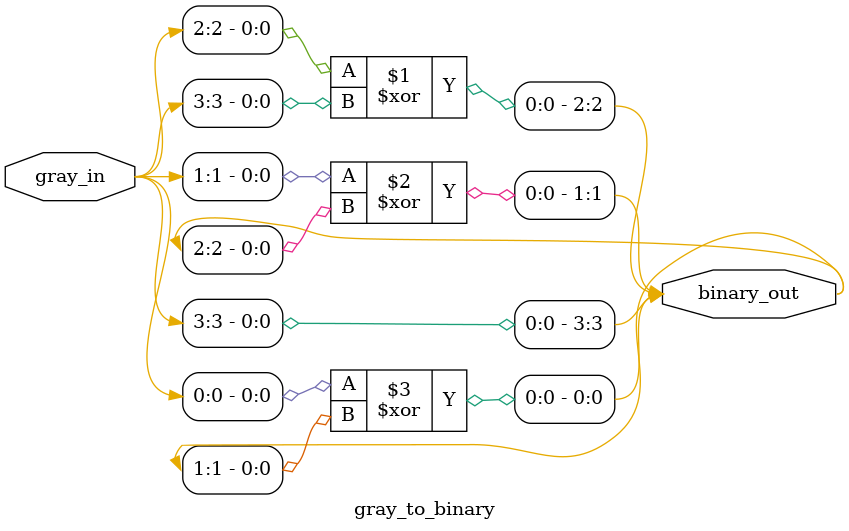
<source format=v>
`timescale 1ns / 1ps

module gray_to_binary(
    input [3:0] gray_in,
    output [3:0] binary_out
    );
    
    buf buf1(binary_out[3],gray_in[3]);
    xor xor1(binary_out[2],gray_in[2],binary_out[3]),
        xor2(binary_out[1],gray_in[1],binary_out[2]),
        xor3(binary_out[0],gray_in[0],binary_out[1]);
    
endmodule

</source>
